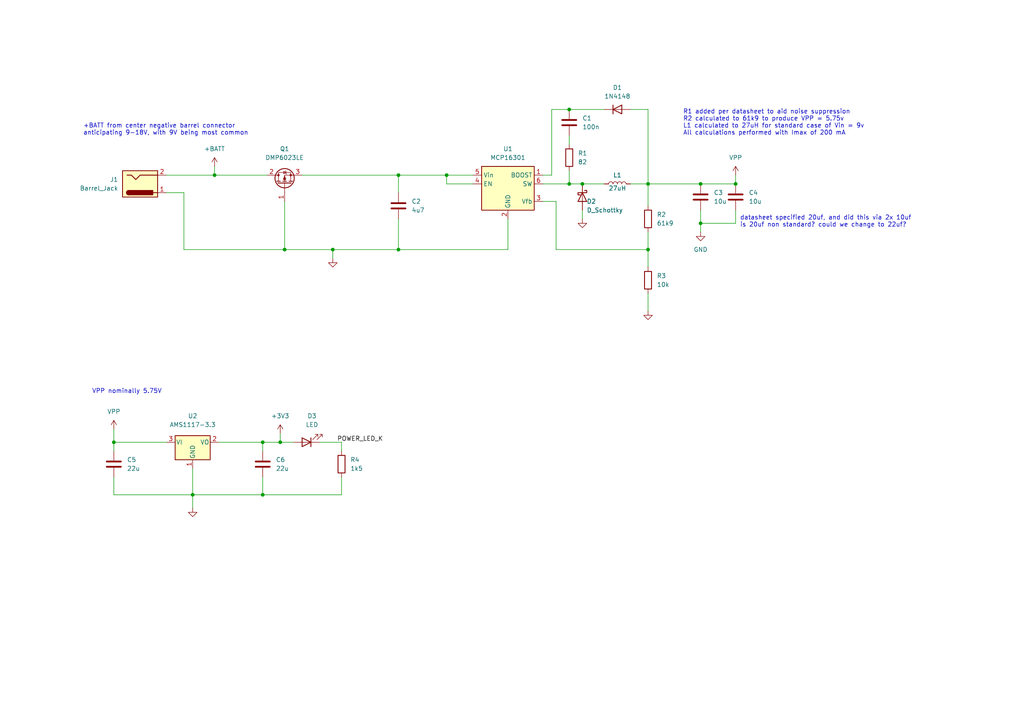
<source format=kicad_sch>
(kicad_sch (version 20211123) (generator eeschema)
  (paper "A4")
  (lib_symbols
    (symbol "Connector:Barrel_Jack" (pin_names (offset 1.016))
      (property "Reference" "J" (at 0 5.334 0))
      (property "Value" "Barrel_Jack" (at 0 -5.08 0))
      (symbol "Barrel_Jack_0_1"
        (rectangle (start -5.08 3.81) (end 5.08 -3.81) (stroke (width 0.254)) (fill (type background)))
        (arc (start -3.302 3.175) (mid -3.937 2.54) (end -3.302 1.905) (stroke (width 0.254)))
        (arc (start -3.302 3.175) (mid -3.937 2.54) (end -3.302 1.905) (stroke (width 0.254)) (fill (type outline)))
        (polyline (pts (xy 5.08 2.54) (xy 3.81 2.54)) (stroke (width 0.254)))
        (polyline (pts (xy -3.81 -2.54) (xy -2.54 -2.54) (xy -1.27 -1.27) (xy 0 -2.54) (xy 2.54 -2.54) (xy 5.08 -2.54)) (stroke (width 0.254)))
        (rectangle (start 3.683 3.175) (end -3.302 1.905) (stroke (width 0.254)) (fill (type outline)))
      )
      (symbol "Barrel_Jack_1_1"
        (pin passive line (at 7.62 2.54 180) (length 2.54) (name "~") (number "1"))
        (pin passive line (at 7.62 -2.54 180) (length 2.54) (name "~") (number "2"))
      )
    )
    (symbol "Device:C" (pin_numbers hide) (pin_names (offset 0.254))
      (property "Reference" "C" (at 0.635 2.54 0))
      (property "Value" "C" (at 0.635 -2.54 0))
      (symbol "C_0_1"
        (polyline (pts (xy -2.032 -0.762) (xy 2.032 -0.762)) (stroke (width 0.508)))
        (polyline (pts (xy -2.032 0.762) (xy 2.032 0.762)) (stroke (width 0.508)))
      )
      (symbol "C_1_1"
        (pin passive line (at 0 3.81 270) (length 2.794) (name "~") (number "1"))
        (pin passive line (at 0 -3.81 90) (length 2.794) (name "~") (number "2"))
      )
    )
    (symbol "Device:D" (pin_numbers hide) (pin_names (offset 1.016) hide)
      (property "Reference" "D" (at 0 2.54 0))
      (property "Value" "D" (at 0 -2.54 0))
      (symbol "D_0_1"
        (polyline (pts (xy -1.27 1.27) (xy -1.27 -1.27)) (stroke (width 0.254)))
        (polyline (pts (xy 1.27 0) (xy -1.27 0)))
        (polyline (pts (xy 1.27 1.27) (xy 1.27 -1.27) (xy -1.27 0) (xy 1.27 1.27)) (stroke (width 0.254)))
      )
      (symbol "D_1_1"
        (pin passive line (at -3.81 0 0) (length 2.54) (name "K") (number "1"))
        (pin passive line (at 3.81 0 180) (length 2.54) (name "A") (number "2"))
      )
    )
    (symbol "Device:D_Schottky" (pin_numbers hide) (pin_names (offset 1.016) hide)
      (property "Reference" "D" (at 0 2.54 0))
      (property "Value" "D_Schottky" (at 0 -2.54 0))
      (symbol "D_Schottky_0_1"
        (polyline (pts (xy 1.27 0) (xy -1.27 0)))
        (polyline (pts (xy 1.27 1.27) (xy 1.27 -1.27) (xy -1.27 0) (xy 1.27 1.27)) (stroke (width 0.254)))
        (polyline (pts (xy -1.905 0.635) (xy -1.905 1.27) (xy -1.27 1.27) (xy -1.27 -1.27) (xy -0.635 -1.27) (xy -0.635 -0.635)) (stroke (width 0.254)))
      )
      (symbol "D_Schottky_1_1"
        (pin passive line (at -3.81 0 0) (length 2.54) (name "K") (number "1"))
        (pin passive line (at 3.81 0 180) (length 2.54) (name "A") (number "2"))
      )
    )
    (symbol "Device:L" (pin_numbers hide) (pin_names (offset 1.016) hide)
      (property "Reference" "L" (at -1.27 0 90))
      (property "Value" "L" (at 1.905 0 90))
      (symbol "L_0_1"
        (arc (start 0 -2.54) (mid 0.635 -1.905) (end 0 -1.27))
        (arc (start 0 -1.27) (mid 0.635 -0.635) (end 0 0))
        (arc (start 0 0) (mid 0.635 0.635) (end 0 1.27))
        (arc (start 0 1.27) (mid 0.635 1.905) (end 0 2.54))
      )
      (symbol "L_1_1"
        (pin passive line (at 0 3.81 270) (length 1.27) (name "1") (number "1"))
        (pin passive line (at 0 -3.81 90) (length 1.27) (name "2") (number "2"))
      )
    )
    (symbol "Device:LED" (pin_numbers hide) (pin_names (offset 1.016) hide)
      (property "Reference" "D" (at 0 2.54 0))
      (property "Value" "LED" (at 0 -2.54 0))
      (symbol "LED_0_1"
        (polyline (pts (xy -1.27 -1.27) (xy -1.27 1.27)) (stroke (width 0.254)))
        (polyline (pts (xy -1.27 0) (xy 1.27 0)))
        (polyline (pts (xy 1.27 -1.27) (xy 1.27 1.27) (xy -1.27 0) (xy 1.27 -1.27)) (stroke (width 0.254)))
        (polyline (pts (xy -3.048 -0.762) (xy -4.572 -2.286) (xy -3.81 -2.286) (xy -4.572 -2.286) (xy -4.572 -1.524)))
        (polyline (pts (xy -1.778 -0.762) (xy -3.302 -2.286) (xy -2.54 -2.286) (xy -3.302 -2.286) (xy -3.302 -1.524)))
      )
      (symbol "LED_1_1"
        (pin passive line (at -3.81 0 0) (length 2.54) (name "K") (number "1"))
        (pin passive line (at 3.81 0 180) (length 2.54) (name "A") (number "2"))
      )
    )
    (symbol "Device:Q_PMOS_GDS" (pin_names (offset 0) hide)
      (property "Reference" "Q" (at 5.08 1.27 0))
      (property "Value" "Q_PMOS_GDS" (at 5.08 -1.27 0))
      (symbol "Q_PMOS_GDS_0_1"
        (polyline (pts (xy 0.254 0) (xy -2.54 0)))
        (polyline (pts (xy 0.254 1.905) (xy 0.254 -1.905)) (stroke (width 0.254)))
        (polyline (pts (xy 0.762 -1.27) (xy 0.762 -2.286)) (stroke (width 0.254)))
        (polyline (pts (xy 0.762 0.508) (xy 0.762 -0.508)) (stroke (width 0.254)))
        (polyline (pts (xy 0.762 2.286) (xy 0.762 1.27)) (stroke (width 0.254)))
        (polyline (pts (xy 2.54 2.54) (xy 2.54 1.778)))
        (polyline (pts (xy 2.54 -2.54) (xy 2.54 0) (xy 0.762 0)))
        (polyline (pts (xy 0.762 1.778) (xy 3.302 1.778) (xy 3.302 -1.778) (xy 0.762 -1.778)))
        (polyline (pts (xy 2.286 0) (xy 1.27 0.381) (xy 1.27 -0.381) (xy 2.286 0)) (fill (type outline)))
        (polyline (pts (xy 2.794 -0.508) (xy 2.921 -0.381) (xy 3.683 -0.381) (xy 3.81 -0.254)))
        (polyline (pts (xy 3.302 -0.381) (xy 2.921 0.254) (xy 3.683 0.254) (xy 3.302 -0.381)))
        (circle (center 1.651 0) (radius 2.794) (stroke (width 0.254)))
        (circle (center 2.54 -1.778) (radius 0.254) (fill (type outline)))
        (circle (center 2.54 1.778) (radius 0.254) (fill (type outline)))
      )
      (symbol "Q_PMOS_GDS_1_1"
        (pin input line (at -5.08 0 0) (length 2.54) (name "G") (number "1"))
        (pin passive line (at 2.54 5.08 270) (length 2.54) (name "D") (number "2"))
        (pin passive line (at 2.54 -5.08 90) (length 2.54) (name "S") (number "3"))
      )
    )
    (symbol "Device:R" (pin_numbers hide) (pin_names (offset 0))
      (property "Reference" "R" (at 2.032 0 90))
      (property "Value" "R" (at 0 0 90))
      (symbol "R_0_1"
        (rectangle (start -1.016 -2.54) (end 1.016 2.54) (stroke (width 0.254)))
      )
      (symbol "R_1_1"
        (pin passive line (at 0 3.81 270) (length 1.27) (name "~") (number "1"))
        (pin passive line (at 0 -3.81 90) (length 1.27) (name "~") (number "2"))
      )
    )
    (symbol "Regulator_Linear:AMS1117-3.3" (pin_names (offset 0.254))
      (property "Reference" "U" (at -3.81 3.175 0))
      (property "Value" "AMS1117-3.3" (at 0 3.175 0))
      (symbol "AMS1117-3.3_0_1"
        (rectangle (start -5.08 -5.08) (end 5.08 1.905) (stroke (width 0.254)) (fill (type background)))
      )
      (symbol "AMS1117-3.3_1_1"
        (pin power_in line (at 0 -7.62 90) (length 2.54) (name "GND") (number "1"))
        (pin power_out line (at 7.62 0 180) (length 2.54) (name "VO") (number "2"))
        (pin power_in line (at -7.62 0 0) (length 2.54) (name "VI") (number "3"))
      )
    )
    (symbol "Regulator_Switching:MCP16301"
      (property "Reference" "U" (at -7.62 6.35 0))
      (property "Value" "MCP16301" (at 0 6.35 0))
      (symbol "MCP16301_0_1"
        (rectangle (start -7.62 5.08) (end 7.62 -7.62) (stroke (width 0.254)) (fill (type background)))
      )
      (symbol "MCP16301_1_1"
        (pin output line (at 10.16 2.54 180) (length 2.54) (name "BOOST") (number "1"))
        (pin power_in line (at 0 -10.16 90) (length 2.54) (name "GND") (number "2"))
        (pin input line (at 10.16 -5.08 180) (length 2.54) (name "Vfb") (number "3"))
        (pin input line (at -10.16 0 0) (length 2.54) (name "EN") (number "4"))
        (pin power_in line (at -10.16 2.54 0) (length 2.54) (name "Vin") (number "5"))
        (pin output line (at 10.16 0 180) (length 2.54) (name "SW") (number "6"))
      )
    )
    (symbol "power:+3V3" (power) (pin_names (offset 0))
      (property "Value" "+3V3" (at 0 3.556 0))
      (symbol "+3V3_0_1"
        (polyline (pts (xy -0.762 1.27) (xy 0 2.54)))
        (polyline (pts (xy 0 0) (xy 0 2.54)))
        (polyline (pts (xy 0 2.54) (xy 0.762 1.27)))
      )
      (symbol "+3V3_1_1"
        (pin power_in line (at 0 0 90) (length 0) hide (name "+3V3") (number "1"))
      )
    )
    (symbol "power:+BATT" (power) (pin_names (offset 0))
      (property "Value" "+BATT" (at 0 3.556 0))
      (symbol "+BATT_0_1"
        (polyline (pts (xy -0.762 1.27) (xy 0 2.54)))
        (polyline (pts (xy 0 0) (xy 0 2.54)))
        (polyline (pts (xy 0 2.54) (xy 0.762 1.27)))
      )
      (symbol "+BATT_1_1"
        (pin power_in line (at 0 0 90) (length 0) hide (name "+BATT") (number "1"))
      )
    )
    (symbol "power:GND" (power) (pin_names (offset 0))
      (property "Value" "GND" (at 0 -3.81 0))
      (symbol "GND_0_1"
        (polyline (pts (xy 0 0) (xy 0 -1.27) (xy 1.27 -1.27) (xy 0 -2.54) (xy -1.27 -1.27) (xy 0 -1.27)))
      )
      (symbol "GND_1_1"
        (pin power_in line (at 0 0 270) (length 0) hide (name "GND") (number "1"))
      )
    )
    (symbol "power:VPP" (power) (pin_names (offset 0))
      (property "Value" "VPP" (at 0 3.81 0))
      (symbol "VPP_0_1"
        (polyline (pts (xy -0.762 1.27) (xy 0 2.54)))
        (polyline (pts (xy 0 0) (xy 0 2.54)))
        (polyline (pts (xy 0 2.54) (xy 0.762 1.27)))
      )
      (symbol "VPP_1_1"
        (pin power_in line (at 0 0 90) (length 0) hide (name "VPP") (number "1"))
      )
    )
  )
  (junction (at 168.91 53.34))
  (junction (at 96.52 72.39))
  (junction (at 115.57 72.39))
  (junction (at 165.1 31.75))
  (junction (at 115.57 50.8))
  (junction (at 62.23 50.8))
  (junction (at 165.1 53.34))
  (junction (at 187.96 53.34))
  (junction (at 76.2 128.27))
  (junction (at 129.54 50.8))
  (junction (at 187.96 72.39))
  (junction (at 213.36 53.34))
  (junction (at 55.88 143.51))
  (junction (at 203.2 53.34))
  (junction (at 203.2 64.77))
  (junction (at 76.2 143.51))
  (junction (at 33.02 128.27))
  (junction (at 82.55 72.39))
  (junction (at 81.28 128.27))
  (wire (pts (xy 92.71 128.27) (xy 99.06 128.27)))
  (wire (pts (xy 187.96 85.09) (xy 187.96 90.17)))
  (wire (pts (xy 182.88 31.75) (xy 187.96 31.75)))
  (wire (pts (xy 82.55 72.39) (xy 53.34 72.39)))
  (wire (pts (xy 129.54 50.8) (xy 137.16 50.8)))
  (wire (pts (xy 213.36 64.77) (xy 203.2 64.77)))
  (wire (pts (xy 62.23 50.8) (xy 77.47 50.8)))
  (wire (pts (xy 33.02 124.46) (xy 33.02 128.27)))
  (wire (pts (xy 99.06 128.27) (xy 99.06 130.81)))
  (wire (pts (xy 115.57 72.39) (xy 96.52 72.39)))
  (wire (pts (xy 33.02 143.51) (xy 55.88 143.51)))
  (wire (pts (xy 62.23 48.26) (xy 62.23 50.8)))
  (wire (pts (xy 165.1 49.53) (xy 165.1 53.34)))
  (wire (pts (xy 147.32 72.39) (xy 115.57 72.39)))
  (wire (pts (xy 33.02 130.81) (xy 33.02 128.27)))
  (wire (pts (xy 203.2 53.34) (xy 213.36 53.34)))
  (wire (pts (xy 165.1 39.37) (xy 165.1 41.91)))
  (wire (pts (xy 48.26 50.8) (xy 62.23 50.8)))
  (wire (pts (xy 76.2 128.27) (xy 81.28 128.27)))
  (wire (pts (xy 161.29 72.39) (xy 187.96 72.39)))
  (wire (pts (xy 213.36 60.96) (xy 213.36 64.77)))
  (wire (pts (xy 213.36 50.8) (xy 213.36 53.34)))
  (wire (pts (xy 33.02 128.27) (xy 48.26 128.27)))
  (wire (pts (xy 115.57 63.5) (xy 115.57 72.39)))
  (wire (pts (xy 203.2 60.96) (xy 203.2 64.77)))
  (wire (pts (xy 160.02 31.75) (xy 165.1 31.75)))
  (wire (pts (xy 187.96 53.34) (xy 203.2 53.34)))
  (wire (pts (xy 99.06 138.43) (xy 99.06 143.51)))
  (wire (pts (xy 187.96 59.69) (xy 187.96 53.34)))
  (wire (pts (xy 99.06 143.51) (xy 76.2 143.51)))
  (wire (pts (xy 55.88 135.89) (xy 55.88 143.51)))
  (wire (pts (xy 187.96 31.75) (xy 187.96 53.34)))
  (wire (pts (xy 81.28 128.27) (xy 85.09 128.27)))
  (wire (pts (xy 187.96 67.31) (xy 187.96 72.39)))
  (wire (pts (xy 81.28 125.73) (xy 81.28 128.27)))
  (wire (pts (xy 87.63 50.8) (xy 115.57 50.8)))
  (wire (pts (xy 187.96 53.34) (xy 182.88 53.34)))
  (wire (pts (xy 147.32 63.5) (xy 147.32 72.39)))
  (wire (pts (xy 33.02 138.43) (xy 33.02 143.51)))
  (wire (pts (xy 160.02 31.75) (xy 160.02 50.8)))
  (wire (pts (xy 129.54 53.34) (xy 129.54 50.8)))
  (wire (pts (xy 137.16 53.34) (xy 129.54 53.34)))
  (wire (pts (xy 53.34 55.88) (xy 48.26 55.88)))
  (wire (pts (xy 187.96 72.39) (xy 187.96 77.47)))
  (wire (pts (xy 53.34 72.39) (xy 53.34 55.88)))
  (wire (pts (xy 161.29 58.42) (xy 161.29 72.39)))
  (wire (pts (xy 115.57 50.8) (xy 129.54 50.8)))
  (wire (pts (xy 157.48 50.8) (xy 160.02 50.8)))
  (wire (pts (xy 168.91 60.96) (xy 168.91 63.5)))
  (wire (pts (xy 165.1 31.75) (xy 175.26 31.75)))
  (wire (pts (xy 115.57 50.8) (xy 115.57 55.88)))
  (wire (pts (xy 82.55 58.42) (xy 82.55 72.39)))
  (wire (pts (xy 76.2 138.43) (xy 76.2 143.51)))
  (wire (pts (xy 63.5 128.27) (xy 76.2 128.27)))
  (wire (pts (xy 55.88 143.51) (xy 76.2 143.51)))
  (wire (pts (xy 55.88 143.51) (xy 55.88 147.32)))
  (wire (pts (xy 157.48 53.34) (xy 165.1 53.34)))
  (wire (pts (xy 168.91 53.34) (xy 175.26 53.34)))
  (wire (pts (xy 96.52 72.39) (xy 96.52 74.93)))
  (wire (pts (xy 76.2 128.27) (xy 76.2 130.81)))
  (wire (pts (xy 157.48 58.42) (xy 161.29 58.42)))
  (wire (pts (xy 203.2 64.77) (xy 203.2 67.31)))
  (wire (pts (xy 96.52 72.39) (xy 82.55 72.39)))
  (wire (pts (xy 165.1 53.34) (xy 168.91 53.34)))
  (text "VPP nominally 5.75V" (at 26.67 114.3 0) (effects (font (size 1.27 1.27)) (justify left bottom)))
  (text "R1 added per datasheet to aid noise suppression\nR2 calculated to 61k9 to produce VPP = 5.75v\nL1 calculated to 27uH for standard case of Vin = 9v\nAll calculations performed with Imax of 200 mA" (at 198.12 39.37 0) (effects (font (size 1.27 1.27)) (justify left bottom)))
  (text "datasheet specified 20uf, and did this via 2x 10uf\nis 20uf non standard? could we change to 22uf?" (at 214.63 66.04 0) (effects (font (size 1.27 1.27)) (justify left bottom)))
  (text "+BATT from center negative barrel connector\nanticipating 9-18V, with 9V being most common" (at 24.13 39.37 0) (effects (font (size 1.27 1.27)) (justify left bottom)))
  (label "POWER_LED_K" (at 97.79 128.27 0))
  (symbol (lib_id "power:VPP") (at 213.36 50.8 0) (unit 1)
    (property "Reference" "#PWR02" (effects hide))
    (property "Value" "VPP" (at 213.36 45.72 0))
  )
  (symbol (lib_id "power:+3V3") (at 81.28 125.73 0) (unit 1)
    (property "Reference" "#PWR08" (effects hide))
    (property "Value" "+3V3" (at 81.28 120.65 0))
  )
  (symbol (lib_id "power:GND") (at 187.96 90.17 0) (unit 1)
    (property "Reference" "#PWR06" (effects hide))
    (property "Value" "GND" (effects hide))
  )
  (symbol (lib_id "Device:R") (at 99.06 134.62 0) (unit 1)
    (property "Reference" "R4" (at 101.6 133.3499 0) (effects (justify left)))
    (property "Value" "1k5" (at 101.6 135.8899 0) (effects (justify left)))
  )
  (symbol (lib_id "Device:C") (at 165.1 35.56 0) (unit 1)
    (property "Reference" "C1" (at 168.91 34.2899 0) (effects (justify left)))
    (property "Value" "100n" (at 168.91 36.8299 0) (effects (justify left)))
  )
  (symbol (lib_id "Device:R") (at 187.96 63.5 0) (unit 1)
    (property "Reference" "R2" (at 190.5 62.2299 0) (effects (justify left)))
    (property "Value" "61k9" (at 190.5 64.7699 0) (effects (justify left)))
  )
  (symbol (lib_id "Device:D") (at 179.07 31.75 0) (unit 1)
    (property "Reference" "D1" (at 179.07 25.4 0))
    (property "Value" "1N4148" (at 179.07 27.94 0))
  )
  (symbol (lib_id "Regulator_Switching:MCP16301") (at 147.32 53.34 0) (unit 1)
    (property "Reference" "U1" (at 147.32 43.18 0))
    (property "Value" "MCP16301" (at 147.32 45.72 0))
    (property "Footprint" "Package_TO_SOT_SMD:SOT-23-6" (effects hide))
    (property "Datasheet" "http://ww1.microchip.com/downloads/en/DeviceDoc/20005004D.pdf" (effects hide))
  )
  (symbol (lib_id "Device:R") (at 165.1 45.72 0) (unit 1)
    (property "Reference" "R1" (at 167.64 44.4499 0) (effects (justify left)))
    (property "Value" "82" (at 167.64 46.9899 0) (effects (justify left)))
  )
  (symbol (lib_id "Device:C") (at 203.2 57.15 0) (unit 1)
    (property "Reference" "C3" (at 207.01 55.8799 0) (effects (justify left)))
    (property "Value" "10u" (at 207.01 58.4199 0) (effects (justify left)))
  )
  (symbol (lib_id "Device:Q_PMOS_GDS") (at 82.55 53.34 90) (unit 1)
    (property "Reference" "Q1" (at 82.55 43.18 90))
    (property "Value" "DMP6023LE" (at 82.55 45.72 90))
  )
  (symbol (lib_id "Device:C") (at 33.02 134.62 0) (unit 1)
    (property "Reference" "C5" (at 36.83 133.3499 0) (effects (justify left)))
    (property "Value" "22u" (at 36.83 135.8899 0) (effects (justify left)))
  )
  (symbol (lib_id "Device:LED") (at 88.9 128.27 180) (unit 1)
    (property "Reference" "D3" (at 90.4875 120.65 0))
    (property "Value" "LED" (at 90.4875 123.19 0))
  )
  (symbol (lib_id "power:VPP") (at 33.02 124.46 0) (unit 1)
    (property "Reference" "#PWR07" (effects hide))
    (property "Value" "VPP" (at 33.02 119.38 0))
  )
  (symbol (lib_id "power:GND") (at 55.88 147.32 0) (unit 1)
    (property "Reference" "#PWR09" (effects hide))
    (property "Value" "GND" (effects hide))
  )
  (symbol (lib_id "power:GND") (at 203.2 67.31 0) (unit 1)
    (property "Reference" "#PWR04" (effects hide))
    (property "Value" "GND" (at 203.2 72.39 0))
  )
  (symbol (lib_id "power:+BATT") (at 62.23 48.26 0) (unit 1)
    (property "Reference" "#PWR01" (effects hide))
    (property "Value" "+BATT" (at 62.23 43.18 0))
  )
  (symbol (lib_id "power:GND") (at 96.52 74.93 0) (unit 1)
    (property "Reference" "#PWR?" (effects hide))
    (property "Value" "GND" (effects hide))
  )
  (symbol (lib_id "Device:D_Schottky") (at 168.91 57.15 270) (unit 1)
    (property "Reference" "D2" (at 170.18 58.42 90) (effects (justify left)))
    (property "Value" "D_Schottky" (at 170.18 60.96 90) (effects (justify left)))
  )
  (symbol (lib_id "Device:R") (at 187.96 81.28 0) (unit 1)
    (property "Reference" "R3" (at 190.5 80.0099 0) (effects (justify left)))
    (property "Value" "10k" (at 190.5 82.5499 0) (effects (justify left)))
  )
  (symbol (lib_id "Device:C") (at 115.57 59.69 0) (unit 1)
    (property "Reference" "C2" (at 119.38 58.4199 0) (effects (justify left)))
    (property "Value" "4u7" (at 119.38 60.9599 0) (effects (justify left)))
  )
  (symbol (lib_id "Connector:Barrel_Jack") (at 40.64 53.34 0) (mirror x) (unit 1)
    (property "Reference" "J1" (at 34.29 52.0699 0) (effects (justify right)))
    (property "Value" "Barrel_Jack" (at 34.29 54.6099 0) (effects (justify right)))
  )
  (symbol (lib_id "Regulator_Linear:AMS1117-3.3") (at 55.88 128.27 0) (unit 1)
    (property "Reference" "U2" (at 55.88 120.65 0))
    (property "Value" "AMS1117-3.3" (at 55.88 123.19 0))
    (property "Footprint" "Package_TO_SOT_SMD:SOT-223-3_TabPin2" (effects hide))
    (property "Datasheet" "http://www.advanced-monolithic.com/pdf/ds1117.pdf" (effects hide))
  )
  (symbol (lib_id "Device:C") (at 213.36 57.15 0) (unit 1)
    (property "Reference" "C4" (at 217.17 55.8799 0) (effects (justify left)))
    (property "Value" "10u" (at 217.17 58.4199 0) (effects (justify left)))
  )
  (symbol (lib_id "power:GND") (at 168.91 63.5 0) (unit 1)
    (property "Reference" "#PWR03" (effects hide))
    (property "Value" "GND" (effects hide))
  )
  (symbol (lib_id "Device:L") (at 179.07 53.34 90) (unit 1)
    (property "Reference" "L1" (at 179.07 50.8 90))
    (property "Value" "27uH" (at 179.07 54.61 90))
  )
  (symbol (lib_id "Device:C") (at 76.2 134.62 0) (unit 1)
    (property "Reference" "C6" (at 80.01 133.3499 0) (effects (justify left)))
    (property "Value" "22u" (at 80.01 135.8899 0) (effects (justify left)))
  )
)
</source>
